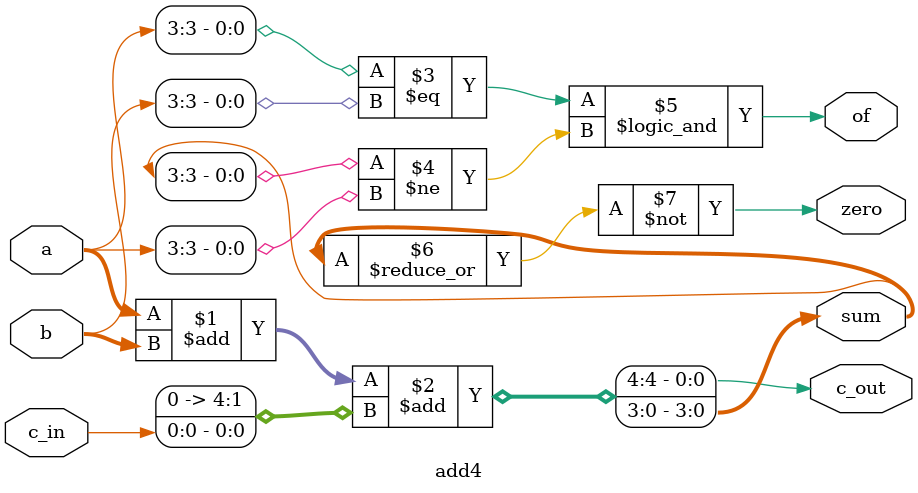
<source format=v>
module add4 (
    input [3:0] a,
    input [3:0] b,
    input       c_in,

    output [3:0] sum,
    output      zero,
    output      c_out,
    output      of
);

    assign { c_out, sum } = a + b + {3'b000, c_in};
    assign of = (a[3] == b[3]) && (sum[3] != a[3]);
    assign zero = ~(| sum);

endmodule

</source>
